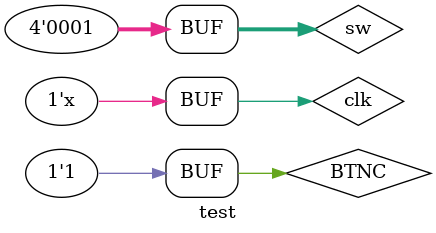
<source format=v>
`timescale 1ns / 1ps


module test(

    );
    
    reg clk;
    reg [3:0]sw;
    reg BTNC;
    wire [7:0] seg;
    wire [2:0] an;
    wire [15:0] LED;
    Lab06 test(
        .CLK50MHZ (clk),
        .SW (sw),
        .BTNC (BTNC),
        .SEG (seg),
        .AN (an),
        .LED (LED)
        );
    
    always #10 clk=~clk;
    initial 
    begin
    clk=0;
    sw=4'b0001;
    BTNC=0;
    #10
    BTNC=1;
    end
endmodule

</source>
